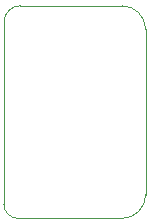
<source format=gbr>
%TF.GenerationSoftware,KiCad,Pcbnew,9.0.4*%
%TF.CreationDate,2025-09-17T09:18:14+02:00*%
%TF.ProjectId,vl53l0_breakout,766c3533-6c30-45f6-9272-65616b6f7574,rev?*%
%TF.SameCoordinates,Original*%
%TF.FileFunction,Profile,NP*%
%FSLAX46Y46*%
G04 Gerber Fmt 4.6, Leading zero omitted, Abs format (unit mm)*
G04 Created by KiCad (PCBNEW 9.0.4) date 2025-09-17 09:18:14*
%MOMM*%
%LPD*%
G01*
G04 APERTURE LIST*
%TA.AperFunction,Profile*%
%ADD10C,0.050000*%
%TD*%
G04 APERTURE END LIST*
D10*
X142400000Y-65000000D02*
X151000000Y-65000000D01*
X141000000Y-66400000D02*
G75*
G02*
X142400000Y-65000000I1400000J0D01*
G01*
X151000000Y-83000000D02*
X142200000Y-83000000D01*
X153000000Y-81000000D02*
G75*
G02*
X151000000Y-83000000I-2000000J0D01*
G01*
X142200000Y-83000000D02*
G75*
G02*
X141000000Y-81800000I0J1200000D01*
G01*
X153000000Y-67000000D02*
X153000000Y-81000000D01*
X141000000Y-81800000D02*
X141000000Y-66400000D01*
X151000000Y-65000000D02*
G75*
G02*
X153000000Y-67000000I0J-2000000D01*
G01*
M02*

</source>
